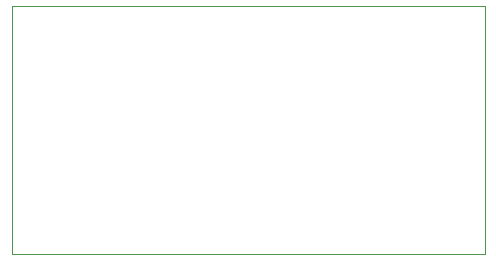
<source format=gm1>
%TF.GenerationSoftware,KiCad,Pcbnew,(6.0.9)*%
%TF.CreationDate,2023-04-09T23:50:28-06:00*%
%TF.ProjectId,CRSFtoPWM,43525346-746f-4505-974d-2e6b69636164,rev?*%
%TF.SameCoordinates,Original*%
%TF.FileFunction,Profile,NP*%
%FSLAX46Y46*%
G04 Gerber Fmt 4.6, Leading zero omitted, Abs format (unit mm)*
G04 Created by KiCad (PCBNEW (6.0.9)) date 2023-04-09 23:50:28*
%MOMM*%
%LPD*%
G01*
G04 APERTURE LIST*
%TA.AperFunction,Profile*%
%ADD10C,0.050000*%
%TD*%
G04 APERTURE END LIST*
D10*
X141000000Y-94600000D02*
X181000000Y-94600000D01*
X181000000Y-94600000D02*
X181000000Y-115600000D01*
X181000000Y-115600000D02*
X141000000Y-115600000D01*
X141000000Y-115600000D02*
X141000000Y-94600000D01*
M02*

</source>
